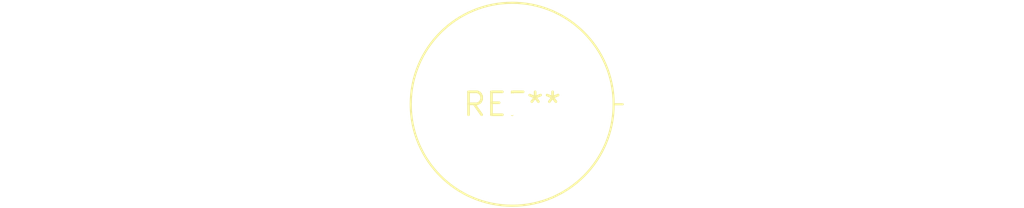
<source format=kicad_pcb>
(kicad_pcb (version 20240108) (generator pcbnew)
  (layers (0 "F.Cu" signal) (31 "B.Cu" signal) (34 "B.Paste" user) (35 "F.Paste" user) (36 "B.SilkS" user "B.Silkscreen") (37 "F.SilkS" user "F.Silkscreen") (38 "B.Mask" user) (39 "F.Mask" user) (44 "Edge.Cuts" user))
  (net 0 "")
  (footprint "L_Axial_L26.0mm_D11.0mm_P7.62mm_Vertical_Fastron_77A" (layer "F.Cu") (at 0 0)
    (property "Reference" "REF**")
    (property "Value" "L_Axial_L26.0mm_D11.0mm_P7.62mm_Vertical_Fastron_77A")
    (fp_line (start 5.62 0) (end 6.12 0) (layer "F.SilkS") (stroke (width 0.12)))
    (fp_circle (center 0 0) (end 5.62 0) (layer "F.SilkS") (stroke (width 0.12)) (fill none))
    (pad "1" thru_hole circle (at 0 0) (size 2.4 2.4) (drill 1.2) (layers *.Cu *.Mask) (remove_unused_layers))
    (pad "2" thru_hole oval (at 7.62 0) (size 2.4 2.4) (drill 1.2) (layers *.Cu *.Mask) (remove_unused_layers))
  )
)
</source>
